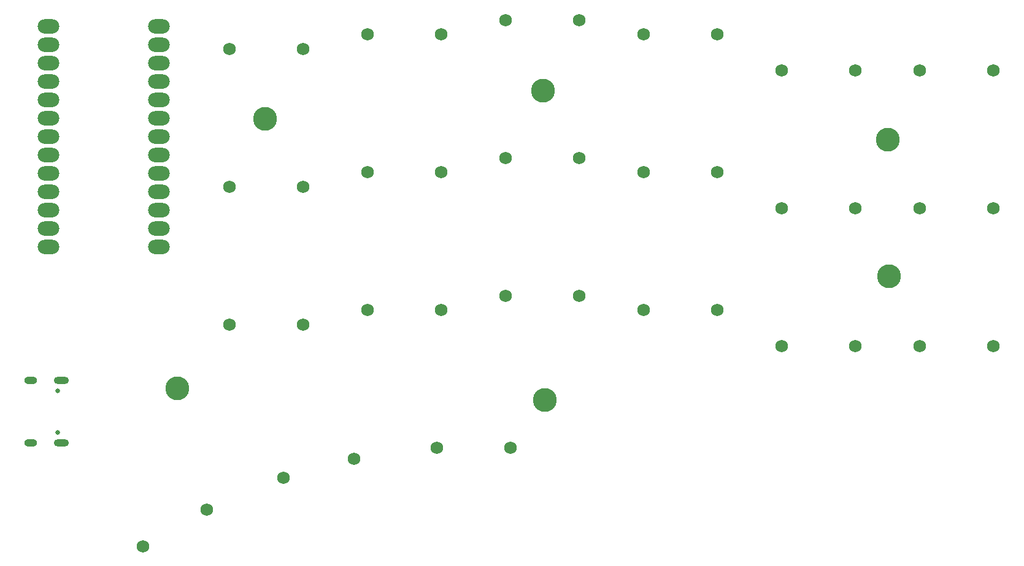
<source format=gbs>
G04 #@! TF.GenerationSoftware,KiCad,Pcbnew,8.0.3*
G04 #@! TF.CreationDate,2024-06-14T18:21:21-07:00*
G04 #@! TF.ProjectId,Keyboard,4b657962-6f61-4726-942e-6b696361645f,rev?*
G04 #@! TF.SameCoordinates,Original*
G04 #@! TF.FileFunction,Soldermask,Bot*
G04 #@! TF.FilePolarity,Negative*
%FSLAX46Y46*%
G04 Gerber Fmt 4.6, Leading zero omitted, Abs format (unit mm)*
G04 Created by KiCad (PCBNEW 8.0.3) date 2024-06-14 18:21:21*
%MOMM*%
%LPD*%
G01*
G04 APERTURE LIST*
%ADD10C,1.750000*%
%ADD11C,0.650000*%
%ADD12O,2.100000X1.000000*%
%ADD13O,1.800000X1.000000*%
%ADD14C,3.300000*%
%ADD15O,3.000000X2.000000*%
G04 APERTURE END LIST*
D10*
G04 #@! TO.C,H5*
X102893097Y-260084801D03*
X112706903Y-257455199D03*
G04 #@! TD*
G04 #@! TO.C,H7*
X124065000Y-255950000D03*
X134225000Y-255950000D03*
G04 #@! TD*
G04 #@! TO.C,H18*
X171690000Y-222850000D03*
X181850000Y-222850000D03*
G04 #@! TD*
G04 #@! TO.C,H19*
X133590000Y-196800000D03*
X143750000Y-196800000D03*
G04 #@! TD*
D11*
G04 #@! TO.C,J4*
X71760000Y-248060000D03*
X71760000Y-253840000D03*
D12*
X72260000Y-246630000D03*
D13*
X68080000Y-246630000D03*
D12*
X72260000Y-255270000D03*
D13*
X68080000Y-255270000D03*
G04 #@! TD*
D10*
G04 #@! TO.C,H17*
X133590000Y-215850000D03*
X143750000Y-215850000D03*
G04 #@! TD*
G04 #@! TO.C,H20*
X171690000Y-241900000D03*
X181850000Y-241900000D03*
G04 #@! TD*
G04 #@! TO.C,H15*
X152640000Y-217850000D03*
X162800000Y-217850000D03*
G04 #@! TD*
D14*
G04 #@! TO.C,*
X88250000Y-247720000D03*
G04 #@! TD*
D10*
G04 #@! TO.C,H11*
X152640000Y-198800000D03*
X162800000Y-198800000D03*
G04 #@! TD*
D14*
G04 #@! TO.C,*
X186510000Y-232200000D03*
G04 #@! TD*
D10*
G04 #@! TO.C,H10*
X190740000Y-203800000D03*
X200900000Y-203800000D03*
G04 #@! TD*
G04 #@! TO.C,H21*
X95490000Y-238900000D03*
X105650000Y-238900000D03*
G04 #@! TD*
G04 #@! TO.C,H16*
X171690000Y-203800000D03*
X181850000Y-203800000D03*
G04 #@! TD*
G04 #@! TO.C,H3*
X95490000Y-219850000D03*
X105650000Y-219850000D03*
G04 #@! TD*
D14*
G04 #@! TO.C,*
X186310000Y-213320000D03*
G04 #@! TD*
D10*
G04 #@! TO.C,H2*
X114540000Y-198800000D03*
X124700000Y-198800000D03*
G04 #@! TD*
G04 #@! TO.C,H14*
X133590000Y-234900000D03*
X143750000Y-234900000D03*
G04 #@! TD*
G04 #@! TO.C,H8*
X190740000Y-241900000D03*
X200900000Y-241900000D03*
G04 #@! TD*
D14*
G04 #@! TO.C,*
X139040000Y-249360000D03*
G04 #@! TD*
D10*
G04 #@! TO.C,H13*
X114540000Y-217850000D03*
X124700000Y-217850000D03*
G04 #@! TD*
G04 #@! TO.C,H4*
X95490000Y-200800000D03*
X105650000Y-200800000D03*
G04 #@! TD*
G04 #@! TO.C,H6*
X83560591Y-269540000D03*
X92359409Y-264460000D03*
G04 #@! TD*
D14*
G04 #@! TO.C,*
X100380000Y-210510000D03*
G04 #@! TD*
D10*
G04 #@! TO.C,H9*
X190740000Y-222850000D03*
X200900000Y-222850000D03*
G04 #@! TD*
G04 #@! TO.C,H12*
X114540000Y-236900000D03*
X124700000Y-236900000D03*
G04 #@! TD*
D14*
G04 #@! TO.C,*
X138770000Y-206540000D03*
G04 #@! TD*
D10*
G04 #@! TO.C,H1*
X152640000Y-236900000D03*
X162800000Y-236900000D03*
G04 #@! TD*
D15*
G04 #@! TO.C,U1*
X85720000Y-197710000D03*
X85720000Y-200250000D03*
X85720000Y-202790000D03*
X85720000Y-205330000D03*
X85720000Y-207870000D03*
X85720000Y-210410000D03*
X85720000Y-212950000D03*
X85720000Y-215490000D03*
X85720000Y-218030000D03*
X85720000Y-220570000D03*
X85720000Y-223110000D03*
X85720000Y-225650000D03*
X85720000Y-228190000D03*
X70480000Y-228190000D03*
X70480000Y-225650000D03*
X70480000Y-223110000D03*
X70480000Y-220570000D03*
X70480000Y-218030000D03*
X70480000Y-215490000D03*
X70480000Y-212950000D03*
X70480000Y-210410000D03*
X70480000Y-207870000D03*
X70480000Y-205330000D03*
X70480000Y-202790000D03*
X70480000Y-200250000D03*
X70480000Y-197710000D03*
G04 #@! TD*
M02*

</source>
